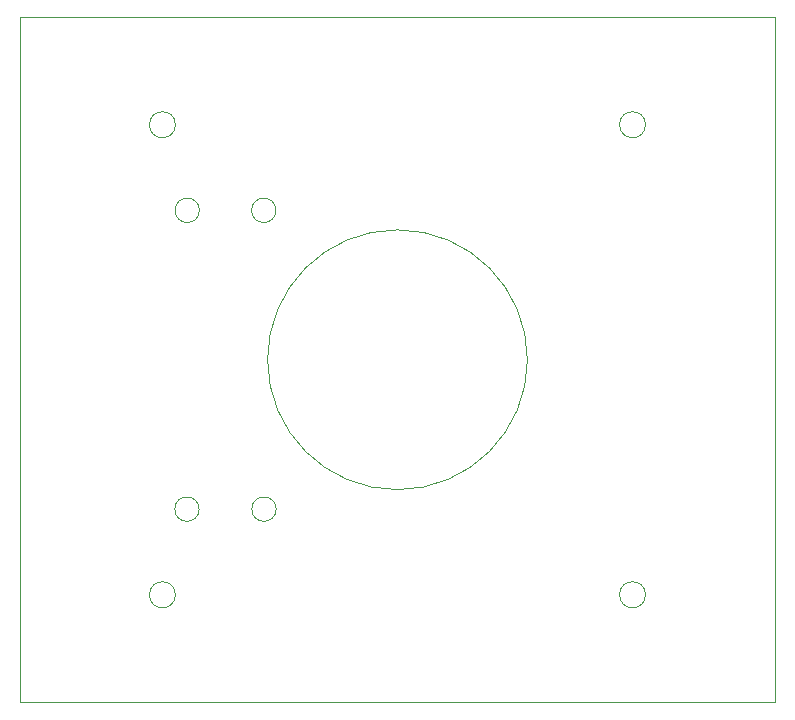
<source format=gm1>
G04 #@! TF.GenerationSoftware,KiCad,Pcbnew,(5.1.4)-1*
G04 #@! TF.CreationDate,2019-10-25T18:21:12-07:00*
G04 #@! TF.ProjectId,solarpcd,736f6c61-7270-4636-942e-6b696361645f,rev?*
G04 #@! TF.SameCoordinates,Original*
G04 #@! TF.FileFunction,Profile,NP*
%FSLAX46Y46*%
G04 Gerber Fmt 4.6, Leading zero omitted, Abs format (unit mm)*
G04 Created by KiCad (PCBNEW (5.1.4)-1) date 2019-10-25 18:21:12*
%MOMM*%
%LPD*%
G04 APERTURE LIST*
%ADD10C,0.050000*%
%ADD11C,0.120000*%
%ADD12C,0.100000*%
G04 APERTURE END LIST*
D10*
X156000000Y-99000000D02*
G75*
G03X156000000Y-99000000I-11000000J0D01*
G01*
X134727563Y-111650000D02*
G75*
G03X134727563Y-111650000I-1029563J0D01*
G01*
X128202563Y-111650000D02*
G75*
G03X128202563Y-111650000I-1029563J0D01*
G01*
X134704563Y-86350000D02*
G75*
G03X134704563Y-86350000I-1029563J0D01*
G01*
X128229563Y-86350000D02*
G75*
G03X128229563Y-86350000I-1029563J0D01*
G01*
X166000000Y-79100000D02*
G75*
G03X166000000Y-79100000I-1100000J0D01*
G01*
X126200000Y-79100000D02*
G75*
G03X126200000Y-79100000I-1100000J0D01*
G01*
X166000000Y-118900000D02*
G75*
G03X166000000Y-118900000I-1100000J0D01*
G01*
D11*
X126200000Y-118900000D02*
G75*
G03X126200000Y-118900000I-1100000J0D01*
G01*
D12*
X177000000Y-70000000D02*
X113000000Y-70000000D01*
X113000000Y-128000000D02*
X177000000Y-128000000D01*
X177000000Y-128000000D02*
X177000000Y-70000000D01*
X113000000Y-70000000D02*
X113000000Y-128000000D01*
M02*

</source>
